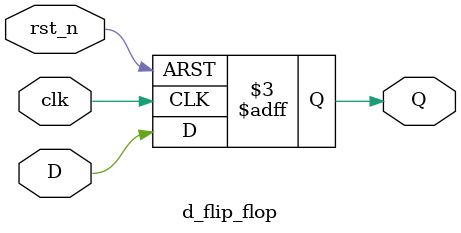
<source format=v>
module d_flip_flop(
	input  wire clk  ,			//时钟信号，频率为50Hz
	input  wire rst_n,			//复位信号，低电平有效
	input  wire D    ,			//输入信号
	output reg  Q     			//输出信号
 
);

//同步复位
/*
	always @ (posedge clk) begin
		if (rst_n == 0)			
			Q <= 0;
		else
			Q <= D;
			
	end
	*/
	
//异步复位

	always @ (posedge clk or negedge rst_n) begin
		if (rst_n == 0)			
			Q <= 0;
		else
			Q <= D;
			
	end


endmodule





</source>
